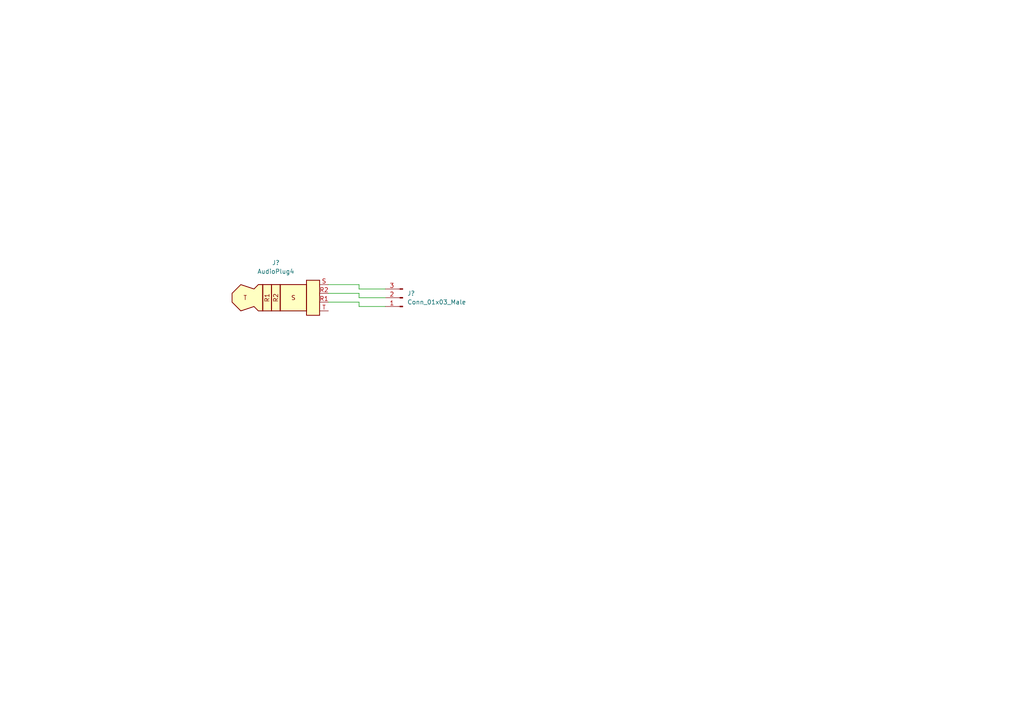
<source format=kicad_sch>
(kicad_sch (version 20211123) (generator eeschema)
  (paper "A4")
  (lib_symbols
    (symbol "Connector:AudioPlug4"
      (property "Reference" "J" (at 10.16 5.08 0))
      (property "Value" "AudioPlug4" (at 11.43 -7.62 0))
      (symbol "AudioPlug4_0_0"
        (text "R1" (at -2.54 -1.27 900) (effects (font (size 1.27 1.27))))
        (text "R2" (at 0 -1.27 900) (effects (font (size 1.27 1.27))))
        (text "S" (at 5.08 -1.27 0) (effects (font (size 1.27 1.27))))
        (text "T" (at -8.89 -1.27 0) (effects (font (size 1.27 1.27))))
      )
      (symbol "AudioPlug4_0_1"
        (rectangle (start -1.27 2.54) (end -3.81 -5.08) (stroke (width 0.254)) (fill (type background)))
        (polyline (pts (xy -3.81 2.54) (xy -5.08 2.54) (xy -6.35 1.27) (xy -10.16 2.54) (xy -12.7 0) (xy -12.7 -2.54) (xy -10.16 -5.08) (xy -6.35 -3.81) (xy -5.08 -5.08) (xy -3.81 -5.08) (xy -3.81 2.54)) (stroke (width 0.254)) (fill (type background)))
        (rectangle (start 1.27 2.54) (end -1.27 -5.08) (stroke (width 0.254)) (fill (type background)))
        (rectangle (start 1.27 2.54) (end 8.89 -5.08) (stroke (width 0.254)) (fill (type background)))
        (rectangle (start 12.7 3.81) (end 8.89 -6.35) (stroke (width 0.254)) (fill (type background)))
      )
      (symbol "AudioPlug4_1_1"
        (pin passive line (at 15.24 -2.54 180) (length 2.54) (name "~") (number "R1"))
        (pin passive line (at 15.24 0 180) (length 2.54) (name "~") (number "R2"))
        (pin passive line (at 15.24 2.54 180) (length 2.54) (name "~") (number "S"))
        (pin passive line (at 15.24 -5.08 180) (length 2.54) (name "~") (number "T"))
      )
    )
    (symbol "Connector:Conn_01x03_Male" (pin_names (offset 1.016) hide)
      (property "Reference" "J" (at 0 5.08 0))
      (property "Value" "Conn_01x03_Male" (at 0 -5.08 0))
      (symbol "Conn_01x03_Male_1_1"
        (polyline (pts (xy 1.27 -2.54) (xy 0.8636 -2.54)) (stroke (width 0.1524)))
        (polyline (pts (xy 1.27 0) (xy 0.8636 0)) (stroke (width 0.1524)))
        (polyline (pts (xy 1.27 2.54) (xy 0.8636 2.54)) (stroke (width 0.1524)))
        (rectangle (start 0.8636 -2.413) (end 0 -2.667) (stroke (width 0.1524)) (fill (type outline)))
        (rectangle (start 0.8636 0.127) (end 0 -0.127) (stroke (width 0.1524)) (fill (type outline)))
        (rectangle (start 0.8636 2.667) (end 0 2.413) (stroke (width 0.1524)) (fill (type outline)))
        (pin passive line (at 5.08 2.54 180) (length 3.81) (name "Pin_1") (number "1"))
        (pin passive line (at 5.08 0 180) (length 3.81) (name "Pin_2") (number "2"))
        (pin passive line (at 5.08 -2.54 180) (length 3.81) (name "Pin_3") (number "3"))
      )
    )
  )
  (wire (pts (xy 95.25 87.63) (xy 104.14 87.63)))
  (wire (pts (xy 104.14 82.55) (xy 104.14 83.82)))
  (wire (pts (xy 104.14 83.82) (xy 111.76 83.82)))
  (wire (pts (xy 104.14 85.09) (xy 104.14 86.36)))
  (wire (pts (xy 104.14 88.9) (xy 111.76 88.9)))
  (wire (pts (xy 104.14 86.36) (xy 111.76 86.36)))
  (wire (pts (xy 104.14 87.63) (xy 104.14 88.9)))
  (wire (pts (xy 95.25 82.55) (xy 104.14 82.55)))
  (wire (pts (xy 95.25 85.09) (xy 104.14 85.09)))
  (symbol (lib_id "Connector:AudioPlug4") (at 80.01 85.09 0) (unit 1)
    (property "Reference" "J?" (at 80.01 76.2 0))
    (property "Value" "AudioPlug4" (at 80.01 78.74 0))
  )
  (symbol (lib_id "Connector:Conn_01x03_Male") (at 116.84 86.36 180) (unit 1)
    (property "Reference" "J?" (at 118.11 85.0899 0) (effects (justify right)))
    (property "Value" "Conn_01x03_Male" (at 118.11 87.6299 0) (effects (justify right)))
  )
)
</source>
